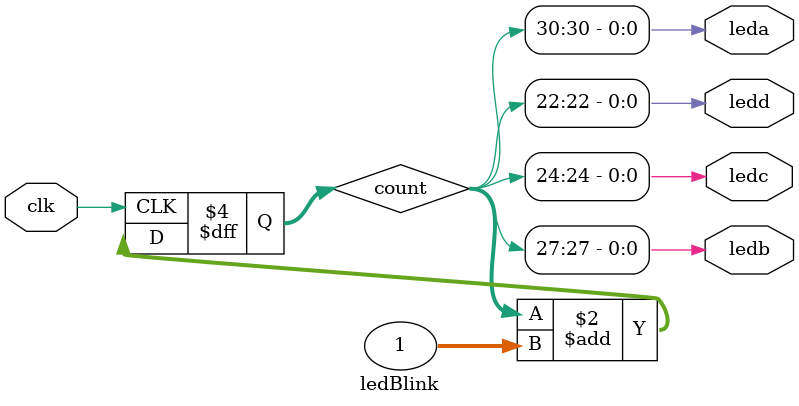
<source format=v>
`timescale 1ns / 1ps


module ledBlink(
    input clk,
    output leda,
    output ledb,
    output ledc,
    output ledd
    );
reg [34:0] count = 0;

assign leda = count[30];
assign ledb = count[27];
assign ledc = count[24];
assign ledd = count[22];

always @ (posedge(clk)) count <= count + 1;

endmodule

</source>
